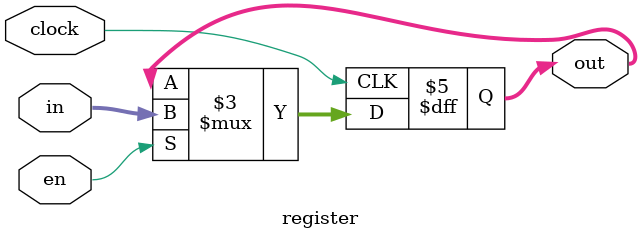
<source format=v>
module register(clock, in, en, out);
	parameter n = 16;
	input clock, en;
	input [n-1:0] in;
	
	output reg [n-1:0] out;
	
	initial
		out = 0;
	
	always @(posedge clock) begin
		if (en)
			out <= in;
	end
endmodule
</source>
